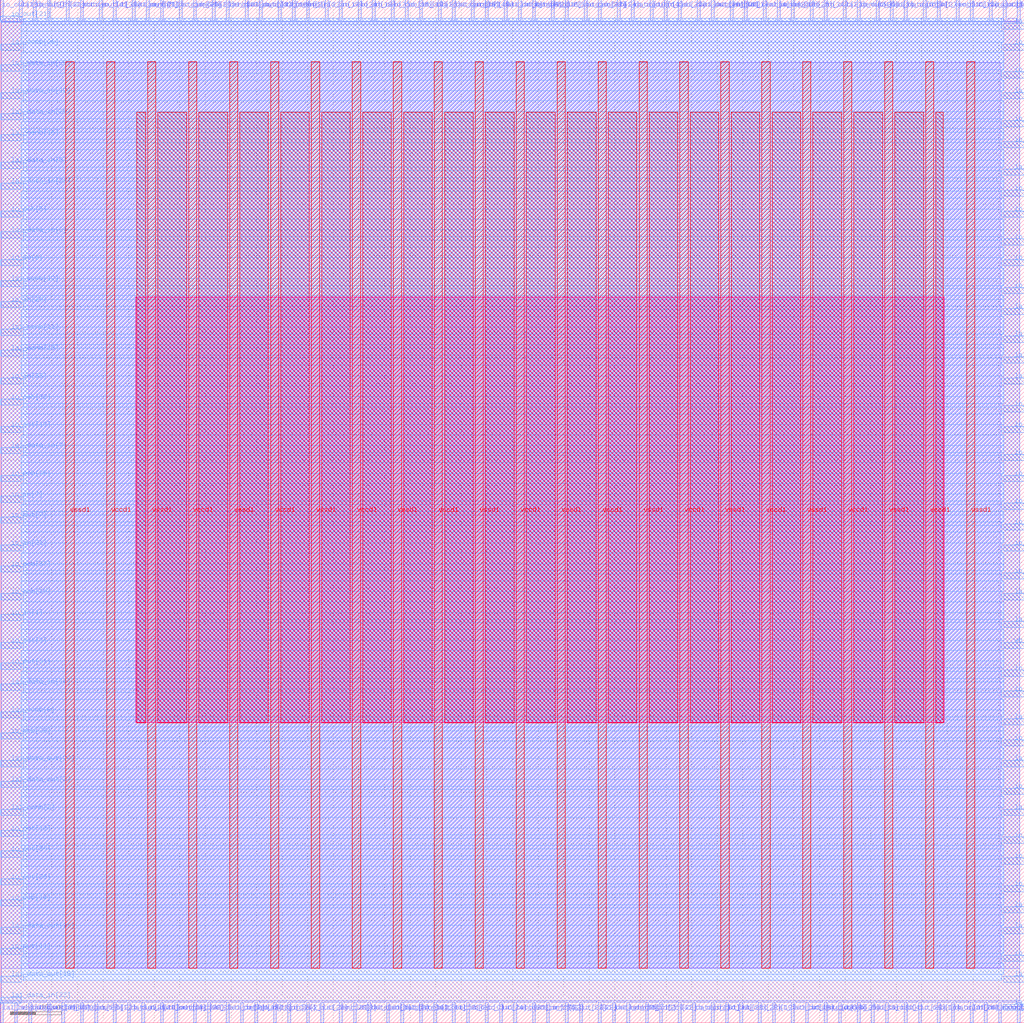
<source format=lef>
VERSION 5.7 ;
  NOWIREEXTENSIONATPIN ON ;
  DIVIDERCHAR "/" ;
  BUSBITCHARS "[]" ;
MACRO wrapped_skullfet
  CLASS BLOCK ;
  FOREIGN wrapped_skullfet ;
  ORIGIN 0.000 0.000 ;
  SIZE 200.000 BY 200.000 ;
  PIN active
    DIRECTION INPUT ;
    USE SIGNAL ;
    PORT
      LAYER met2 ;
        RECT 15.590 196.000 16.150 200.000 ;
    END
  END active
  PIN io_in[0]
    DIRECTION INPUT ;
    USE SIGNAL ;
    PORT
      LAYER met2 ;
        RECT 53.310 0.000 53.870 4.000 ;
    END
  END io_in[0]
  PIN io_in[10]
    DIRECTION INPUT ;
    USE SIGNAL ;
    PORT
      LAYER met2 ;
        RECT 123.230 196.000 123.790 200.000 ;
    END
  END io_in[10]
  PIN io_in[11]
    DIRECTION INPUT ;
    USE SIGNAL ;
    PORT
      LAYER met2 ;
        RECT 28.470 196.000 29.030 200.000 ;
    END
  END io_in[11]
  PIN io_in[12]
    DIRECTION INPUT ;
    USE SIGNAL ;
    PORT
      LAYER met3 ;
        RECT 196.000 161.580 200.000 162.780 ;
    END
  END io_in[12]
  PIN io_in[13]
    DIRECTION INPUT ;
    USE SIGNAL ;
    PORT
      LAYER met2 ;
        RECT 81.830 0.000 82.390 4.000 ;
    END
  END io_in[13]
  PIN io_in[14]
    DIRECTION INPUT ;
    USE SIGNAL ;
    PORT
      LAYER met2 ;
        RECT 91.950 196.000 92.510 200.000 ;
    END
  END io_in[14]
  PIN io_in[15]
    DIRECTION INPUT ;
    USE SIGNAL ;
    PORT
      LAYER met3 ;
        RECT 196.000 171.100 200.000 172.300 ;
    END
  END io_in[15]
  PIN io_in[16]
    DIRECTION INPUT ;
    USE SIGNAL ;
    PORT
      LAYER met2 ;
        RECT 185.790 0.000 186.350 4.000 ;
    END
  END io_in[16]
  PIN io_in[17]
    DIRECTION INPUT ;
    USE SIGNAL ;
    PORT
      LAYER met2 ;
        RECT 63.430 196.000 63.990 200.000 ;
    END
  END io_in[17]
  PIN io_in[18]
    DIRECTION INPUT ;
    USE SIGNAL ;
    PORT
      LAYER met2 ;
        RECT 69.870 196.000 70.430 200.000 ;
    END
  END io_in[18]
  PIN io_in[19]
    DIRECTION INPUT ;
    USE SIGNAL ;
    PORT
      LAYER met2 ;
        RECT 148.070 0.000 148.630 4.000 ;
    END
  END io_in[19]
  PIN io_in[1]
    DIRECTION INPUT ;
    USE SIGNAL ;
    PORT
      LAYER met3 ;
        RECT 0.000 78.620 4.000 79.820 ;
    END
  END io_in[1]
  PIN io_in[20]
    DIRECTION INPUT ;
    USE SIGNAL ;
    PORT
      LAYER met3 ;
        RECT 0.000 139.820 4.000 141.020 ;
    END
  END io_in[20]
  PIN io_in[21]
    DIRECTION INPUT ;
    USE SIGNAL ;
    PORT
      LAYER met3 ;
        RECT 0.000 92.220 4.000 93.420 ;
    END
  END io_in[21]
  PIN io_in[22]
    DIRECTION INPUT ;
    USE SIGNAL ;
    PORT
      LAYER met3 ;
        RECT 196.000 35.100 200.000 36.300 ;
    END
  END io_in[22]
  PIN io_in[23]
    DIRECTION INPUT ;
    USE SIGNAL ;
    PORT
      LAYER met2 ;
        RECT 59.750 196.000 60.310 200.000 ;
    END
  END io_in[23]
  PIN io_in[24]
    DIRECTION INPUT ;
    USE SIGNAL ;
    PORT
      LAYER met2 ;
        RECT 50.550 196.000 51.110 200.000 ;
    END
  END io_in[24]
  PIN io_in[25]
    DIRECTION INPUT ;
    USE SIGNAL ;
    PORT
      LAYER met2 ;
        RECT 128.750 0.000 129.310 4.000 ;
    END
  END io_in[25]
  PIN io_in[26]
    DIRECTION INPUT ;
    USE SIGNAL ;
    PORT
      LAYER met2 ;
        RECT 125.990 0.000 126.550 4.000 ;
    END
  END io_in[26]
  PIN io_in[27]
    DIRECTION INPUT ;
    USE SIGNAL ;
    PORT
      LAYER met3 ;
        RECT 196.000 11.980 200.000 13.180 ;
    END
  END io_in[27]
  PIN io_in[28]
    DIRECTION INPUT ;
    USE SIGNAL ;
    PORT
      LAYER met2 ;
        RECT 113.110 0.000 113.670 4.000 ;
    END
  END io_in[28]
  PIN io_in[29]
    DIRECTION INPUT ;
    USE SIGNAL ;
    PORT
      LAYER met2 ;
        RECT 198.670 196.000 199.230 200.000 ;
    END
  END io_in[29]
  PIN io_in[2]
    DIRECTION INPUT ;
    USE SIGNAL ;
    PORT
      LAYER met2 ;
        RECT 56.070 0.000 56.630 4.000 ;
    END
  END io_in[2]
  PIN io_in[30]
    DIRECTION INPUT ;
    USE SIGNAL ;
    PORT
      LAYER met3 ;
        RECT 196.000 54.140 200.000 55.340 ;
    END
  END io_in[30]
  PIN io_in[31]
    DIRECTION INPUT ;
    USE SIGNAL ;
    PORT
      LAYER met2 ;
        RECT 9.150 196.000 9.710 200.000 ;
    END
  END io_in[31]
  PIN io_in[32]
    DIRECTION INPUT ;
    USE SIGNAL ;
    PORT
      LAYER met2 ;
        RECT 106.670 0.000 107.230 4.000 ;
    END
  END io_in[32]
  PIN io_in[33]
    DIRECTION INPUT ;
    USE SIGNAL ;
    PORT
      LAYER met3 ;
        RECT 0.000 124.860 4.000 126.060 ;
    END
  END io_in[33]
  PIN io_in[34]
    DIRECTION INPUT ;
    USE SIGNAL ;
    PORT
      LAYER met2 ;
        RECT 158.190 196.000 158.750 200.000 ;
    END
  END io_in[34]
  PIN io_in[35]
    DIRECTION INPUT ;
    USE SIGNAL ;
    PORT
      LAYER met2 ;
        RECT 176.590 196.000 177.150 200.000 ;
    END
  END io_in[35]
  PIN io_in[36]
    DIRECTION INPUT ;
    USE SIGNAL ;
    PORT
      LAYER met3 ;
        RECT 196.000 109.900 200.000 111.100 ;
    END
  END io_in[36]
  PIN io_in[37]
    DIRECTION INPUT ;
    USE SIGNAL ;
    PORT
      LAYER met2 ;
        RECT 180.270 196.000 180.830 200.000 ;
    END
  END io_in[37]
  PIN io_in[3]
    DIRECTION INPUT ;
    USE SIGNAL ;
    PORT
      LAYER met2 ;
        RECT 126.910 196.000 127.470 200.000 ;
    END
  END io_in[3]
  PIN io_in[4]
    DIRECTION INPUT ;
    USE SIGNAL ;
    PORT
      LAYER met3 ;
        RECT 196.000 105.820 200.000 107.020 ;
    END
  END io_in[4]
  PIN io_in[5]
    DIRECTION INPUT ;
    USE SIGNAL ;
    PORT
      LAYER met3 ;
        RECT 196.000 190.140 200.000 191.340 ;
    END
  END io_in[5]
  PIN io_in[6]
    DIRECTION INPUT ;
    USE SIGNAL ;
    PORT
      LAYER met3 ;
        RECT 0.000 147.980 4.000 149.180 ;
    END
  END io_in[6]
  PIN io_in[7]
    DIRECTION INPUT ;
    USE SIGNAL ;
    PORT
      LAYER met3 ;
        RECT 0.000 101.740 4.000 102.940 ;
    END
  END io_in[7]
  PIN io_in[8]
    DIRECTION INPUT ;
    USE SIGNAL ;
    PORT
      LAYER met3 ;
        RECT 196.000 119.420 200.000 120.620 ;
    END
  END io_in[8]
  PIN io_in[9]
    DIRECTION INPUT ;
    USE SIGNAL ;
    PORT
      LAYER met2 ;
        RECT 56.990 196.000 57.550 200.000 ;
    END
  END io_in[9]
  PIN io_oeb[0]
    DIRECTION OUTPUT TRISTATE ;
    USE SIGNAL ;
    PORT
      LAYER met2 ;
        RECT 91.030 0.000 91.590 4.000 ;
    END
  END io_oeb[0]
  PIN io_oeb[10]
    DIRECTION OUTPUT TRISTATE ;
    USE SIGNAL ;
    PORT
      LAYER met3 ;
        RECT 0.000 82.700 4.000 83.900 ;
    END
  END io_oeb[10]
  PIN io_oeb[11]
    DIRECTION OUTPUT TRISTATE ;
    USE SIGNAL ;
    PORT
      LAYER met3 ;
        RECT 196.000 96.300 200.000 97.500 ;
    END
  END io_oeb[11]
  PIN io_oeb[12]
    DIRECTION OUTPUT TRISTATE ;
    USE SIGNAL ;
    PORT
      LAYER met3 ;
        RECT 196.000 31.020 200.000 32.220 ;
    END
  END io_oeb[12]
  PIN io_oeb[13]
    DIRECTION OUTPUT TRISTATE ;
    USE SIGNAL ;
    PORT
      LAYER met3 ;
        RECT 196.000 25.580 200.000 26.780 ;
    END
  END io_oeb[13]
  PIN io_oeb[14]
    DIRECTION OUTPUT TRISTATE ;
    USE SIGNAL ;
    PORT
      LAYER met3 ;
        RECT 0.000 22.860 4.000 24.060 ;
    END
  END io_oeb[14]
  PIN io_oeb[15]
    DIRECTION OUTPUT TRISTATE ;
    USE SIGNAL ;
    PORT
      LAYER met2 ;
        RECT 76.310 196.000 76.870 200.000 ;
    END
  END io_oeb[15]
  PIN io_oeb[16]
    DIRECTION OUTPUT TRISTATE ;
    USE SIGNAL ;
    PORT
      LAYER met2 ;
        RECT 179.350 0.000 179.910 4.000 ;
    END
  END io_oeb[16]
  PIN io_oeb[17]
    DIRECTION OUTPUT TRISTATE ;
    USE SIGNAL ;
    PORT
      LAYER met2 ;
        RECT 46.870 0.000 47.430 4.000 ;
    END
  END io_oeb[17]
  PIN io_oeb[18]
    DIRECTION OUTPUT TRISTATE ;
    USE SIGNAL ;
    PORT
      LAYER met2 ;
        RECT 151.750 196.000 152.310 200.000 ;
    END
  END io_oeb[18]
  PIN io_oeb[19]
    DIRECTION OUTPUT TRISTATE ;
    USE SIGNAL ;
    PORT
      LAYER met2 ;
        RECT 79.070 196.000 79.630 200.000 ;
    END
  END io_oeb[19]
  PIN io_oeb[1]
    DIRECTION OUTPUT TRISTATE ;
    USE SIGNAL ;
    PORT
      LAYER met2 ;
        RECT 135.190 0.000 135.750 4.000 ;
    END
  END io_oeb[1]
  PIN io_oeb[20]
    DIRECTION OUTPUT TRISTATE ;
    USE SIGNAL ;
    PORT
      LAYER met3 ;
        RECT 196.000 63.660 200.000 64.860 ;
    END
  END io_oeb[20]
  PIN io_oeb[21]
    DIRECTION OUTPUT TRISTATE ;
    USE SIGNAL ;
    PORT
      LAYER met2 ;
        RECT 34.910 196.000 35.470 200.000 ;
    END
  END io_oeb[21]
  PIN io_oeb[22]
    DIRECTION OUTPUT TRISTATE ;
    USE SIGNAL ;
    PORT
      LAYER met2 ;
        RECT 18.350 0.000 18.910 4.000 ;
    END
  END io_oeb[22]
  PIN io_oeb[23]
    DIRECTION OUTPUT TRISTATE ;
    USE SIGNAL ;
    PORT
      LAYER met2 ;
        RECT 114.030 196.000 114.590 200.000 ;
    END
  END io_oeb[23]
  PIN io_oeb[24]
    DIRECTION OUTPUT TRISTATE ;
    USE SIGNAL ;
    PORT
      LAYER met2 ;
        RECT 116.790 196.000 117.350 200.000 ;
    END
  END io_oeb[24]
  PIN io_oeb[25]
    DIRECTION OUTPUT TRISTATE ;
    USE SIGNAL ;
    PORT
      LAYER met2 ;
        RECT 163.710 0.000 164.270 4.000 ;
    END
  END io_oeb[25]
  PIN io_oeb[26]
    DIRECTION OUTPUT TRISTATE ;
    USE SIGNAL ;
    PORT
      LAYER met3 ;
        RECT 196.000 147.980 200.000 149.180 ;
    END
  END io_oeb[26]
  PIN io_oeb[27]
    DIRECTION OUTPUT TRISTATE ;
    USE SIGNAL ;
    PORT
      LAYER met2 ;
        RECT 129.670 196.000 130.230 200.000 ;
    END
  END io_oeb[27]
  PIN io_oeb[28]
    DIRECTION OUTPUT TRISTATE ;
    USE SIGNAL ;
    PORT
      LAYER met2 ;
        RECT 144.390 0.000 144.950 4.000 ;
    END
  END io_oeb[28]
  PIN io_oeb[29]
    DIRECTION OUTPUT TRISTATE ;
    USE SIGNAL ;
    PORT
      LAYER met3 ;
        RECT 196.000 115.340 200.000 116.540 ;
    END
  END io_oeb[29]
  PIN io_oeb[2]
    DIRECTION OUTPUT TRISTATE ;
    USE SIGNAL ;
    PORT
      LAYER met2 ;
        RECT 171.070 196.000 171.630 200.000 ;
    END
  END io_oeb[2]
  PIN io_oeb[30]
    DIRECTION OUTPUT TRISTATE ;
    USE SIGNAL ;
    PORT
      LAYER met2 ;
        RECT 37.670 196.000 38.230 200.000 ;
    END
  END io_oeb[30]
  PIN io_oeb[31]
    DIRECTION OUTPUT TRISTATE ;
    USE SIGNAL ;
    PORT
      LAYER met2 ;
        RECT 141.630 0.000 142.190 4.000 ;
    END
  END io_oeb[31]
  PIN io_oeb[32]
    DIRECTION OUTPUT TRISTATE ;
    USE SIGNAL ;
    PORT
      LAYER met3 ;
        RECT 0.000 120.780 4.000 121.980 ;
    END
  END io_oeb[32]
  PIN io_oeb[33]
    DIRECTION OUTPUT TRISTATE ;
    USE SIGNAL ;
    PORT
      LAYER met2 ;
        RECT 167.390 0.000 167.950 4.000 ;
    END
  END io_oeb[33]
  PIN io_oeb[34]
    DIRECTION OUTPUT TRISTATE ;
    USE SIGNAL ;
    PORT
      LAYER met2 ;
        RECT 66.190 196.000 66.750 200.000 ;
    END
  END io_oeb[34]
  PIN io_oeb[35]
    DIRECTION OUTPUT TRISTATE ;
    USE SIGNAL ;
    PORT
      LAYER met3 ;
        RECT 0.000 105.820 4.000 107.020 ;
    END
  END io_oeb[35]
  PIN io_oeb[36]
    DIRECTION OUTPUT TRISTATE ;
    USE SIGNAL ;
    PORT
      LAYER met3 ;
        RECT 0.000 55.500 4.000 56.700 ;
    END
  END io_oeb[36]
  PIN io_oeb[37]
    DIRECTION OUTPUT TRISTATE ;
    USE SIGNAL ;
    PORT
      LAYER met3 ;
        RECT 0.000 88.140 4.000 89.340 ;
    END
  END io_oeb[37]
  PIN io_oeb[3]
    DIRECTION OUTPUT TRISTATE ;
    USE SIGNAL ;
    PORT
      LAYER met2 ;
        RECT 88.270 0.000 88.830 4.000 ;
    END
  END io_oeb[3]
  PIN io_oeb[4]
    DIRECTION OUTPUT TRISTATE ;
    USE SIGNAL ;
    PORT
      LAYER met2 ;
        RECT 172.910 0.000 173.470 4.000 ;
    END
  END io_oeb[4]
  PIN io_oeb[5]
    DIRECTION OUTPUT TRISTATE ;
    USE SIGNAL ;
    PORT
      LAYER met3 ;
        RECT 0.000 157.500 4.000 158.700 ;
    END
  END io_oeb[5]
  PIN io_oeb[6]
    DIRECTION OUTPUT TRISTATE ;
    USE SIGNAL ;
    PORT
      LAYER met3 ;
        RECT 196.000 44.620 200.000 45.820 ;
    END
  END io_oeb[6]
  PIN io_oeb[7]
    DIRECTION OUTPUT TRISTATE ;
    USE SIGNAL ;
    PORT
      LAYER met2 ;
        RECT 72.630 196.000 73.190 200.000 ;
    END
  END io_oeb[7]
  PIN io_oeb[8]
    DIRECTION OUTPUT TRISTATE ;
    USE SIGNAL ;
    PORT
      LAYER met2 ;
        RECT 15.590 0.000 16.150 4.000 ;
    END
  END io_oeb[8]
  PIN io_oeb[9]
    DIRECTION OUTPUT TRISTATE ;
    USE SIGNAL ;
    PORT
      LAYER met2 ;
        RECT 37.670 0.000 38.230 4.000 ;
    END
  END io_oeb[9]
  PIN io_out[0]
    DIRECTION OUTPUT TRISTATE ;
    USE SIGNAL ;
    PORT
      LAYER met3 ;
        RECT 196.000 184.700 200.000 185.900 ;
    END
  END io_out[0]
  PIN io_out[10]
    DIRECTION OUTPUT TRISTATE ;
    USE SIGNAL ;
    PORT
      LAYER met3 ;
        RECT 196.000 92.220 200.000 93.420 ;
    END
  END io_out[10]
  PIN io_out[11]
    DIRECTION OUTPUT TRISTATE ;
    USE SIGNAL ;
    PORT
      LAYER met3 ;
        RECT 0.000 13.340 4.000 14.540 ;
    END
  END io_out[11]
  PIN io_out[12]
    DIRECTION OUTPUT TRISTATE ;
    USE SIGNAL ;
    PORT
      LAYER met3 ;
        RECT 0.000 36.460 4.000 37.660 ;
    END
  END io_out[12]
  PIN io_out[13]
    DIRECTION OUTPUT TRISTATE ;
    USE SIGNAL ;
    PORT
      LAYER met2 ;
        RECT 138.870 0.000 139.430 4.000 ;
    END
  END io_out[13]
  PIN io_out[14]
    DIRECTION OUTPUT TRISTATE ;
    USE SIGNAL ;
    PORT
      LAYER met3 ;
        RECT 196.000 152.060 200.000 153.260 ;
    END
  END io_out[14]
  PIN io_out[15]
    DIRECTION OUTPUT TRISTATE ;
    USE SIGNAL ;
    PORT
      LAYER met2 ;
        RECT -0.050 196.000 0.510 200.000 ;
    END
  END io_out[15]
  PIN io_out[16]
    DIRECTION OUTPUT TRISTATE ;
    USE SIGNAL ;
    PORT
      LAYER met3 ;
        RECT 196.000 86.780 200.000 87.980 ;
    END
  END io_out[16]
  PIN io_out[17]
    DIRECTION OUTPUT TRISTATE ;
    USE SIGNAL ;
    PORT
      LAYER met2 ;
        RECT 186.710 196.000 187.270 200.000 ;
    END
  END io_out[17]
  PIN io_out[18]
    DIRECTION OUTPUT TRISTATE ;
    USE SIGNAL ;
    PORT
      LAYER met2 ;
        RECT 160.950 0.000 161.510 4.000 ;
    END
  END io_out[18]
  PIN io_out[19]
    DIRECTION OUTPUT TRISTATE ;
    USE SIGNAL ;
    PORT
      LAYER met3 ;
        RECT 0.000 115.340 4.000 116.540 ;
    END
  END io_out[19]
  PIN io_out[1]
    DIRECTION OUTPUT TRISTATE ;
    USE SIGNAL ;
    PORT
      LAYER met2 ;
        RECT 142.550 196.000 143.110 200.000 ;
    END
  END io_out[1]
  PIN io_out[20]
    DIRECTION OUTPUT TRISTATE ;
    USE SIGNAL ;
    PORT
      LAYER met2 ;
        RECT 167.390 196.000 167.950 200.000 ;
    END
  END io_out[20]
  PIN io_out[21]
    DIRECTION OUTPUT TRISTATE ;
    USE SIGNAL ;
    PORT
      LAYER met3 ;
        RECT 0.000 195.580 4.000 196.780 ;
    END
  END io_out[21]
  PIN io_out[22]
    DIRECTION OUTPUT TRISTATE ;
    USE SIGNAL ;
    PORT
      LAYER met2 ;
        RECT 110.350 0.000 110.910 4.000 ;
    END
  END io_out[22]
  PIN io_out[23]
    DIRECTION OUTPUT TRISTATE ;
    USE SIGNAL ;
    PORT
      LAYER met3 ;
        RECT 196.000 67.740 200.000 68.940 ;
    END
  END io_out[23]
  PIN io_out[24]
    DIRECTION OUTPUT TRISTATE ;
    USE SIGNAL ;
    PORT
      LAYER met2 ;
        RECT 94.710 0.000 95.270 4.000 ;
    END
  END io_out[24]
  PIN io_out[25]
    DIRECTION OUTPUT TRISTATE ;
    USE SIGNAL ;
    PORT
      LAYER met2 ;
        RECT 154.510 196.000 155.070 200.000 ;
    END
  END io_out[25]
  PIN io_out[26]
    DIRECTION OUTPUT TRISTATE ;
    USE SIGNAL ;
    PORT
      LAYER met3 ;
        RECT 0.000 26.940 4.000 28.140 ;
    END
  END io_out[26]
  PIN io_out[27]
    DIRECTION OUTPUT TRISTATE ;
    USE SIGNAL ;
    PORT
      LAYER met2 ;
        RECT 160.950 196.000 161.510 200.000 ;
    END
  END io_out[27]
  PIN io_out[28]
    DIRECTION OUTPUT TRISTATE ;
    USE SIGNAL ;
    PORT
      LAYER met2 ;
        RECT 59.750 0.000 60.310 4.000 ;
    END
  END io_out[28]
  PIN io_out[29]
    DIRECTION OUTPUT TRISTATE ;
    USE SIGNAL ;
    PORT
      LAYER met2 ;
        RECT 176.590 0.000 177.150 4.000 ;
    END
  END io_out[29]
  PIN io_out[2]
    DIRECTION OUTPUT TRISTATE ;
    USE SIGNAL ;
    PORT
      LAYER met2 ;
        RECT 24.790 0.000 25.350 4.000 ;
    END
  END io_out[2]
  PIN io_out[30]
    DIRECTION OUTPUT TRISTATE ;
    USE SIGNAL ;
    PORT
      LAYER met3 ;
        RECT 0.000 32.380 4.000 33.580 ;
    END
  END io_out[30]
  PIN io_out[31]
    DIRECTION OUTPUT TRISTATE ;
    USE SIGNAL ;
    PORT
      LAYER met3 ;
        RECT 0.000 69.100 4.000 70.300 ;
    END
  END io_out[31]
  PIN io_out[32]
    DIRECTION OUTPUT TRISTATE ;
    USE SIGNAL ;
    PORT
      LAYER met2 ;
        RECT 19.270 196.000 19.830 200.000 ;
    END
  END io_out[32]
  PIN io_out[33]
    DIRECTION OUTPUT TRISTATE ;
    USE SIGNAL ;
    PORT
      LAYER met2 ;
        RECT 194.990 0.000 195.550 4.000 ;
    END
  END io_out[33]
  PIN io_out[34]
    DIRECTION OUTPUT TRISTATE ;
    USE SIGNAL ;
    PORT
      LAYER met3 ;
        RECT 196.000 157.500 200.000 158.700 ;
    END
  END io_out[34]
  PIN io_out[35]
    DIRECTION OUTPUT TRISTATE ;
    USE SIGNAL ;
    PORT
      LAYER met3 ;
        RECT 196.000 142.540 200.000 143.740 ;
    END
  END io_out[35]
  PIN io_out[36]
    DIRECTION OUTPUT TRISTATE ;
    USE SIGNAL ;
    PORT
      LAYER met2 ;
        RECT 81.830 196.000 82.390 200.000 ;
    END
  END io_out[36]
  PIN io_out[37]
    DIRECTION OUTPUT TRISTATE ;
    USE SIGNAL ;
    PORT
      LAYER met3 ;
        RECT 196.000 175.180 200.000 176.380 ;
    END
  END io_out[37]
  PIN io_out[3]
    DIRECTION OUTPUT TRISTATE ;
    USE SIGNAL ;
    PORT
      LAYER met2 ;
        RECT 6.390 196.000 6.950 200.000 ;
    END
  END io_out[3]
  PIN io_out[4]
    DIRECTION OUTPUT TRISTATE ;
    USE SIGNAL ;
    PORT
      LAYER met3 ;
        RECT 196.000 100.380 200.000 101.580 ;
    END
  END io_out[4]
  PIN io_out[5]
    DIRECTION OUTPUT TRISTATE ;
    USE SIGNAL ;
    PORT
      LAYER met2 ;
        RECT 107.590 196.000 108.150 200.000 ;
    END
  END io_out[5]
  PIN io_out[6]
    DIRECTION OUTPUT TRISTATE ;
    USE SIGNAL ;
    PORT
      LAYER met2 ;
        RECT 193.150 196.000 193.710 200.000 ;
    END
  END io_out[6]
  PIN io_out[7]
    DIRECTION OUTPUT TRISTATE ;
    USE SIGNAL ;
    PORT
      LAYER met3 ;
        RECT 0.000 97.660 4.000 98.860 ;
    END
  END io_out[7]
  PIN io_out[8]
    DIRECTION OUTPUT TRISTATE ;
    USE SIGNAL ;
    PORT
      LAYER met2 ;
        RECT 66.190 0.000 66.750 4.000 ;
    END
  END io_out[8]
  PIN io_out[9]
    DIRECTION OUTPUT TRISTATE ;
    USE SIGNAL ;
    PORT
      LAYER met3 ;
        RECT 0.000 73.180 4.000 74.380 ;
    END
  END io_out[9]
  PIN la1_data_in[0]
    DIRECTION INPUT ;
    USE SIGNAL ;
    PORT
      LAYER met2 ;
        RECT 198.670 0.000 199.230 4.000 ;
    END
  END la1_data_in[0]
  PIN la1_data_in[10]
    DIRECTION INPUT ;
    USE SIGNAL ;
    PORT
      LAYER met2 ;
        RECT 75.390 0.000 75.950 4.000 ;
    END
  END la1_data_in[10]
  PIN la1_data_in[11]
    DIRECTION INPUT ;
    USE SIGNAL ;
    PORT
      LAYER met2 ;
        RECT 192.230 0.000 192.790 4.000 ;
    END
  END la1_data_in[11]
  PIN la1_data_in[12]
    DIRECTION INPUT ;
    USE SIGNAL ;
    PORT
      LAYER met3 ;
        RECT 0.000 180.620 4.000 181.820 ;
    END
  END la1_data_in[12]
  PIN la1_data_in[13]
    DIRECTION INPUT ;
    USE SIGNAL ;
    PORT
      LAYER met2 ;
        RECT 116.790 0.000 117.350 4.000 ;
    END
  END la1_data_in[13]
  PIN la1_data_in[14]
    DIRECTION INPUT ;
    USE SIGNAL ;
    PORT
      LAYER met3 ;
        RECT 0.000 65.020 4.000 66.220 ;
    END
  END la1_data_in[14]
  PIN la1_data_in[15]
    DIRECTION INPUT ;
    USE SIGNAL ;
    PORT
      LAYER met2 ;
        RECT 85.510 196.000 86.070 200.000 ;
    END
  END la1_data_in[15]
  PIN la1_data_in[16]
    DIRECTION INPUT ;
    USE SIGNAL ;
    PORT
      LAYER met2 ;
        RECT 136.110 196.000 136.670 200.000 ;
    END
  END la1_data_in[16]
  PIN la1_data_in[17]
    DIRECTION INPUT ;
    USE SIGNAL ;
    PORT
      LAYER met2 ;
        RECT 110.350 196.000 110.910 200.000 ;
    END
  END la1_data_in[17]
  PIN la1_data_in[18]
    DIRECTION INPUT ;
    USE SIGNAL ;
    PORT
      LAYER met2 ;
        RECT 150.830 0.000 151.390 4.000 ;
    END
  END la1_data_in[18]
  PIN la1_data_in[19]
    DIRECTION INPUT ;
    USE SIGNAL ;
    PORT
      LAYER met2 ;
        RECT 88.270 196.000 88.830 200.000 ;
    END
  END la1_data_in[19]
  PIN la1_data_in[1]
    DIRECTION INPUT ;
    USE SIGNAL ;
    PORT
      LAYER met2 ;
        RECT 68.950 0.000 69.510 4.000 ;
    END
  END la1_data_in[1]
  PIN la1_data_in[20]
    DIRECTION INPUT ;
    USE SIGNAL ;
    PORT
      LAYER met3 ;
        RECT 0.000 176.540 4.000 177.740 ;
    END
  END la1_data_in[20]
  PIN la1_data_in[21]
    DIRECTION INPUT ;
    USE SIGNAL ;
    PORT
      LAYER met2 ;
        RECT 195.910 196.000 196.470 200.000 ;
    END
  END la1_data_in[21]
  PIN la1_data_in[22]
    DIRECTION INPUT ;
    USE SIGNAL ;
    PORT
      LAYER met3 ;
        RECT 196.000 2.460 200.000 3.660 ;
    END
  END la1_data_in[22]
  PIN la1_data_in[23]
    DIRECTION INPUT ;
    USE SIGNAL ;
    PORT
      LAYER met3 ;
        RECT 0.000 3.820 4.000 5.020 ;
    END
  END la1_data_in[23]
  PIN la1_data_in[24]
    DIRECTION INPUT ;
    USE SIGNAL ;
    PORT
      LAYER met2 ;
        RECT 49.630 0.000 50.190 4.000 ;
    END
  END la1_data_in[24]
  PIN la1_data_in[25]
    DIRECTION INPUT ;
    USE SIGNAL ;
    PORT
      LAYER met3 ;
        RECT 0.000 186.060 4.000 187.260 ;
    END
  END la1_data_in[25]
  PIN la1_data_in[26]
    DIRECTION INPUT ;
    USE SIGNAL ;
    PORT
      LAYER met2 ;
        RECT 183.030 0.000 183.590 4.000 ;
    END
  END la1_data_in[26]
  PIN la1_data_in[27]
    DIRECTION INPUT ;
    USE SIGNAL ;
    PORT
      LAYER met2 ;
        RECT 100.230 0.000 100.790 4.000 ;
    END
  END la1_data_in[27]
  PIN la1_data_in[28]
    DIRECTION INPUT ;
    USE SIGNAL ;
    PORT
      LAYER met3 ;
        RECT 0.000 162.940 4.000 164.140 ;
    END
  END la1_data_in[28]
  PIN la1_data_in[29]
    DIRECTION INPUT ;
    USE SIGNAL ;
    PORT
      LAYER met2 ;
        RECT 31.230 196.000 31.790 200.000 ;
    END
  END la1_data_in[29]
  PIN la1_data_in[2]
    DIRECTION INPUT ;
    USE SIGNAL ;
    PORT
      LAYER met2 ;
        RECT 40.430 0.000 40.990 4.000 ;
    END
  END la1_data_in[2]
  PIN la1_data_in[30]
    DIRECTION INPUT ;
    USE SIGNAL ;
    PORT
      LAYER met2 ;
        RECT 5.470 0.000 6.030 4.000 ;
    END
  END la1_data_in[30]
  PIN la1_data_in[31]
    DIRECTION INPUT ;
    USE SIGNAL ;
    PORT
      LAYER met2 ;
        RECT 132.430 0.000 132.990 4.000 ;
    END
  END la1_data_in[31]
  PIN la1_data_in[3]
    DIRECTION INPUT ;
    USE SIGNAL ;
    PORT
      LAYER met3 ;
        RECT 0.000 153.420 4.000 154.620 ;
    END
  END la1_data_in[3]
  PIN la1_data_in[4]
    DIRECTION INPUT ;
    USE SIGNAL ;
    PORT
      LAYER met2 ;
        RECT 173.830 196.000 174.390 200.000 ;
    END
  END la1_data_in[4]
  PIN la1_data_in[5]
    DIRECTION INPUT ;
    USE SIGNAL ;
    PORT
      LAYER met3 ;
        RECT 196.000 77.260 200.000 78.460 ;
    END
  END la1_data_in[5]
  PIN la1_data_in[6]
    DIRECTION INPUT ;
    USE SIGNAL ;
    PORT
      LAYER met2 ;
        RECT 94.710 196.000 95.270 200.000 ;
    END
  END la1_data_in[6]
  PIN la1_data_in[7]
    DIRECTION INPUT ;
    USE SIGNAL ;
    PORT
      LAYER met3 ;
        RECT 0.000 111.260 4.000 112.460 ;
    END
  END la1_data_in[7]
  PIN la1_data_in[8]
    DIRECTION INPUT ;
    USE SIGNAL ;
    PORT
      LAYER met2 ;
        RECT 98.390 196.000 98.950 200.000 ;
    END
  END la1_data_in[8]
  PIN la1_data_in[9]
    DIRECTION INPUT ;
    USE SIGNAL ;
    PORT
      LAYER met3 ;
        RECT 0.000 167.020 4.000 168.220 ;
    END
  END la1_data_in[9]
  PIN la1_data_out[0]
    DIRECTION OUTPUT TRISTATE ;
    USE SIGNAL ;
    PORT
      LAYER met2 ;
        RECT 27.550 0.000 28.110 4.000 ;
    END
  END la1_data_out[0]
  PIN la1_data_out[10]
    DIRECTION OUTPUT TRISTATE ;
    USE SIGNAL ;
    PORT
      LAYER met3 ;
        RECT 196.000 17.420 200.000 18.620 ;
    END
  END la1_data_out[10]
  PIN la1_data_out[11]
    DIRECTION OUTPUT TRISTATE ;
    USE SIGNAL ;
    PORT
      LAYER met2 ;
        RECT 78.150 0.000 78.710 4.000 ;
    END
  END la1_data_out[11]
  PIN la1_data_out[12]
    DIRECTION OUTPUT TRISTATE ;
    USE SIGNAL ;
    PORT
      LAYER met3 ;
        RECT 196.000 180.620 200.000 181.820 ;
    END
  END la1_data_out[12]
  PIN la1_data_out[13]
    DIRECTION OUTPUT TRISTATE ;
    USE SIGNAL ;
    PORT
      LAYER met2 ;
        RECT 44.110 196.000 44.670 200.000 ;
    END
  END la1_data_out[13]
  PIN la1_data_out[14]
    DIRECTION OUTPUT TRISTATE ;
    USE SIGNAL ;
    PORT
      LAYER met2 ;
        RECT 120.470 196.000 121.030 200.000 ;
    END
  END la1_data_out[14]
  PIN la1_data_out[15]
    DIRECTION OUTPUT TRISTATE ;
    USE SIGNAL ;
    PORT
      LAYER met3 ;
        RECT 0.000 7.900 4.000 9.100 ;
    END
  END la1_data_out[15]
  PIN la1_data_out[16]
    DIRECTION OUTPUT TRISTATE ;
    USE SIGNAL ;
    PORT
      LAYER met3 ;
        RECT 196.000 40.540 200.000 41.740 ;
    END
  END la1_data_out[16]
  PIN la1_data_out[17]
    DIRECTION OUTPUT TRISTATE ;
    USE SIGNAL ;
    PORT
      LAYER met3 ;
        RECT 196.000 133.020 200.000 134.220 ;
    END
  END la1_data_out[17]
  PIN la1_data_out[18]
    DIRECTION OUTPUT TRISTATE ;
    USE SIGNAL ;
    PORT
      LAYER met2 ;
        RECT 47.790 196.000 48.350 200.000 ;
    END
  END la1_data_out[18]
  PIN la1_data_out[19]
    DIRECTION OUTPUT TRISTATE ;
    USE SIGNAL ;
    PORT
      LAYER met3 ;
        RECT 196.000 82.700 200.000 83.900 ;
    END
  END la1_data_out[19]
  PIN la1_data_out[1]
    DIRECTION OUTPUT TRISTATE ;
    USE SIGNAL ;
    PORT
      LAYER met2 ;
        RECT 12.830 196.000 13.390 200.000 ;
    END
  END la1_data_out[1]
  PIN la1_data_out[20]
    DIRECTION OUTPUT TRISTATE ;
    USE SIGNAL ;
    PORT
      LAYER met3 ;
        RECT 0.000 50.060 4.000 51.260 ;
    END
  END la1_data_out[20]
  PIN la1_data_out[21]
    DIRECTION OUTPUT TRISTATE ;
    USE SIGNAL ;
    PORT
      LAYER met3 ;
        RECT 196.000 165.660 200.000 166.860 ;
    END
  END la1_data_out[21]
  PIN la1_data_out[22]
    DIRECTION OUTPUT TRISTATE ;
    USE SIGNAL ;
    PORT
      LAYER met2 ;
        RECT 132.430 196.000 132.990 200.000 ;
    END
  END la1_data_out[22]
  PIN la1_data_out[23]
    DIRECTION OUTPUT TRISTATE ;
    USE SIGNAL ;
    PORT
      LAYER met2 ;
        RECT 44.110 0.000 44.670 4.000 ;
    END
  END la1_data_out[23]
  PIN la1_data_out[24]
    DIRECTION OUTPUT TRISTATE ;
    USE SIGNAL ;
    PORT
      LAYER met3 ;
        RECT 196.000 50.060 200.000 51.260 ;
    END
  END la1_data_out[24]
  PIN la1_data_out[25]
    DIRECTION OUTPUT TRISTATE ;
    USE SIGNAL ;
    PORT
      LAYER met3 ;
        RECT 0.000 17.420 4.000 18.620 ;
    END
  END la1_data_out[25]
  PIN la1_data_out[26]
    DIRECTION OUTPUT TRISTATE ;
    USE SIGNAL ;
    PORT
      LAYER met2 ;
        RECT 189.470 0.000 190.030 4.000 ;
    END
  END la1_data_out[26]
  PIN la1_data_out[27]
    DIRECTION OUTPUT TRISTATE ;
    USE SIGNAL ;
    PORT
      LAYER met2 ;
        RECT 22.030 196.000 22.590 200.000 ;
    END
  END la1_data_out[27]
  PIN la1_data_out[28]
    DIRECTION OUTPUT TRISTATE ;
    USE SIGNAL ;
    PORT
      LAYER met2 ;
        RECT 154.510 0.000 155.070 4.000 ;
    END
  END la1_data_out[28]
  PIN la1_data_out[29]
    DIRECTION OUTPUT TRISTATE ;
    USE SIGNAL ;
    PORT
      LAYER met2 ;
        RECT 22.030 0.000 22.590 4.000 ;
    END
  END la1_data_out[29]
  PIN la1_data_out[2]
    DIRECTION OUTPUT TRISTATE ;
    USE SIGNAL ;
    PORT
      LAYER met2 ;
        RECT 71.710 0.000 72.270 4.000 ;
    END
  END la1_data_out[2]
  PIN la1_data_out[30]
    DIRECTION OUTPUT TRISTATE ;
    USE SIGNAL ;
    PORT
      LAYER met3 ;
        RECT 196.000 21.500 200.000 22.700 ;
    END
  END la1_data_out[30]
  PIN la1_data_out[31]
    DIRECTION OUTPUT TRISTATE ;
    USE SIGNAL ;
    PORT
      LAYER met3 ;
        RECT 196.000 194.220 200.000 195.420 ;
    END
  END la1_data_out[31]
  PIN la1_data_out[3]
    DIRECTION OUTPUT TRISTATE ;
    USE SIGNAL ;
    PORT
      LAYER met3 ;
        RECT 0.000 45.980 4.000 47.180 ;
    END
  END la1_data_out[3]
  PIN la1_data_out[4]
    DIRECTION OUTPUT TRISTATE ;
    USE SIGNAL ;
    PORT
      LAYER met2 ;
        RECT 157.270 0.000 157.830 4.000 ;
    END
  END la1_data_out[4]
  PIN la1_data_out[5]
    DIRECTION OUTPUT TRISTATE ;
    USE SIGNAL ;
    PORT
      LAYER met2 ;
        RECT 11.910 0.000 12.470 4.000 ;
    END
  END la1_data_out[5]
  PIN la1_data_out[6]
    DIRECTION OUTPUT TRISTATE ;
    USE SIGNAL ;
    PORT
      LAYER met3 ;
        RECT 196.000 58.220 200.000 59.420 ;
    END
  END la1_data_out[6]
  PIN la1_data_out[7]
    DIRECTION OUTPUT TRISTATE ;
    USE SIGNAL ;
    PORT
      LAYER met2 ;
        RECT 2.710 0.000 3.270 4.000 ;
    END
  END la1_data_out[7]
  PIN la1_data_out[8]
    DIRECTION OUTPUT TRISTATE ;
    USE SIGNAL ;
    PORT
      LAYER met3 ;
        RECT 196.000 138.460 200.000 139.660 ;
    END
  END la1_data_out[8]
  PIN la1_data_out[9]
    DIRECTION OUTPUT TRISTATE ;
    USE SIGNAL ;
    PORT
      LAYER met2 ;
        RECT 189.470 196.000 190.030 200.000 ;
    END
  END la1_data_out[9]
  PIN la1_oenb[0]
    DIRECTION INPUT ;
    USE SIGNAL ;
    PORT
      LAYER met2 ;
        RECT 170.150 0.000 170.710 4.000 ;
    END
  END la1_oenb[0]
  PIN la1_oenb[10]
    DIRECTION INPUT ;
    USE SIGNAL ;
    PORT
      LAYER met2 ;
        RECT 183.030 196.000 183.590 200.000 ;
    END
  END la1_oenb[10]
  PIN la1_oenb[11]
    DIRECTION INPUT ;
    USE SIGNAL ;
    PORT
      LAYER met3 ;
        RECT 0.000 134.380 4.000 135.580 ;
    END
  END la1_oenb[11]
  PIN la1_oenb[12]
    DIRECTION INPUT ;
    USE SIGNAL ;
    PORT
      LAYER met3 ;
        RECT 0.000 143.900 4.000 145.100 ;
    END
  END la1_oenb[12]
  PIN la1_oenb[13]
    DIRECTION INPUT ;
    USE SIGNAL ;
    PORT
      LAYER met2 ;
        RECT 103.910 0.000 104.470 4.000 ;
    END
  END la1_oenb[13]
  PIN la1_oenb[14]
    DIRECTION INPUT ;
    USE SIGNAL ;
    PORT
      LAYER met2 ;
        RECT -0.050 0.000 0.510 4.000 ;
    END
  END la1_oenb[14]
  PIN la1_oenb[15]
    DIRECTION INPUT ;
    USE SIGNAL ;
    PORT
      LAYER met2 ;
        RECT 122.310 0.000 122.870 4.000 ;
    END
  END la1_oenb[15]
  PIN la1_oenb[16]
    DIRECTION INPUT ;
    USE SIGNAL ;
    PORT
      LAYER met3 ;
        RECT 0.000 172.460 4.000 173.660 ;
    END
  END la1_oenb[16]
  PIN la1_oenb[17]
    DIRECTION INPUT ;
    USE SIGNAL ;
    PORT
      LAYER met2 ;
        RECT 41.350 196.000 41.910 200.000 ;
    END
  END la1_oenb[17]
  PIN la1_oenb[18]
    DIRECTION INPUT ;
    USE SIGNAL ;
    PORT
      LAYER met2 ;
        RECT 103.910 196.000 104.470 200.000 ;
    END
  END la1_oenb[18]
  PIN la1_oenb[19]
    DIRECTION INPUT ;
    USE SIGNAL ;
    PORT
      LAYER met3 ;
        RECT 0.000 130.300 4.000 131.500 ;
    END
  END la1_oenb[19]
  PIN la1_oenb[1]
    DIRECTION INPUT ;
    USE SIGNAL ;
    PORT
      LAYER met2 ;
        RECT 31.230 0.000 31.790 4.000 ;
    END
  END la1_oenb[1]
  PIN la1_oenb[20]
    DIRECTION INPUT ;
    USE SIGNAL ;
    PORT
      LAYER met2 ;
        RECT 9.150 0.000 9.710 4.000 ;
    END
  END la1_oenb[20]
  PIN la1_oenb[21]
    DIRECTION INPUT ;
    USE SIGNAL ;
    PORT
      LAYER met2 ;
        RECT 138.870 196.000 139.430 200.000 ;
    END
  END la1_oenb[21]
  PIN la1_oenb[22]
    DIRECTION INPUT ;
    USE SIGNAL ;
    PORT
      LAYER met2 ;
        RECT 101.150 196.000 101.710 200.000 ;
    END
  END la1_oenb[22]
  PIN la1_oenb[23]
    DIRECTION INPUT ;
    USE SIGNAL ;
    PORT
      LAYER met2 ;
        RECT 84.590 0.000 85.150 4.000 ;
    END
  END la1_oenb[23]
  PIN la1_oenb[24]
    DIRECTION INPUT ;
    USE SIGNAL ;
    PORT
      LAYER met2 ;
        RECT 164.630 196.000 165.190 200.000 ;
    END
  END la1_oenb[24]
  PIN la1_oenb[25]
    DIRECTION INPUT ;
    USE SIGNAL ;
    PORT
      LAYER met3 ;
        RECT 196.000 7.900 200.000 9.100 ;
    END
  END la1_oenb[25]
  PIN la1_oenb[26]
    DIRECTION INPUT ;
    USE SIGNAL ;
    PORT
      LAYER met3 ;
        RECT 0.000 190.140 4.000 191.340 ;
    END
  END la1_oenb[26]
  PIN la1_oenb[27]
    DIRECTION INPUT ;
    USE SIGNAL ;
    PORT
      LAYER met3 ;
        RECT 196.000 128.940 200.000 130.140 ;
    END
  END la1_oenb[27]
  PIN la1_oenb[28]
    DIRECTION INPUT ;
    USE SIGNAL ;
    PORT
      LAYER met2 ;
        RECT 33.990 0.000 34.550 4.000 ;
    END
  END la1_oenb[28]
  PIN la1_oenb[29]
    DIRECTION INPUT ;
    USE SIGNAL ;
    PORT
      LAYER met2 ;
        RECT 62.510 0.000 63.070 4.000 ;
    END
  END la1_oenb[29]
  PIN la1_oenb[2]
    DIRECTION INPUT ;
    USE SIGNAL ;
    PORT
      LAYER met3 ;
        RECT 0.000 40.540 4.000 41.740 ;
    END
  END la1_oenb[2]
  PIN la1_oenb[30]
    DIRECTION INPUT ;
    USE SIGNAL ;
    PORT
      LAYER met3 ;
        RECT 196.000 124.860 200.000 126.060 ;
    END
  END la1_oenb[30]
  PIN la1_oenb[31]
    DIRECTION INPUT ;
    USE SIGNAL ;
    PORT
      LAYER met2 ;
        RECT 97.470 0.000 98.030 4.000 ;
    END
  END la1_oenb[31]
  PIN la1_oenb[3]
    DIRECTION INPUT ;
    USE SIGNAL ;
    PORT
      LAYER met2 ;
        RECT 148.990 196.000 149.550 200.000 ;
    END
  END la1_oenb[3]
  PIN la1_oenb[4]
    DIRECTION INPUT ;
    USE SIGNAL ;
    PORT
      LAYER met2 ;
        RECT 145.310 196.000 145.870 200.000 ;
    END
  END la1_oenb[4]
  PIN la1_oenb[5]
    DIRECTION INPUT ;
    USE SIGNAL ;
    PORT
      LAYER met2 ;
        RECT 25.710 196.000 26.270 200.000 ;
    END
  END la1_oenb[5]
  PIN la1_oenb[6]
    DIRECTION INPUT ;
    USE SIGNAL ;
    PORT
      LAYER met2 ;
        RECT 54.230 196.000 54.790 200.000 ;
    END
  END la1_oenb[6]
  PIN la1_oenb[7]
    DIRECTION INPUT ;
    USE SIGNAL ;
    PORT
      LAYER met2 ;
        RECT 119.550 0.000 120.110 4.000 ;
    END
  END la1_oenb[7]
  PIN la1_oenb[8]
    DIRECTION INPUT ;
    USE SIGNAL ;
    PORT
      LAYER met3 ;
        RECT 0.000 59.580 4.000 60.780 ;
    END
  END la1_oenb[8]
  PIN la1_oenb[9]
    DIRECTION INPUT ;
    USE SIGNAL ;
    PORT
      LAYER met2 ;
        RECT 3.630 196.000 4.190 200.000 ;
    END
  END la1_oenb[9]
  PIN vccd1
    DIRECTION INPUT ;
    USE POWER ;
    PORT
      LAYER met4 ;
        RECT 20.720 10.640 22.320 187.920 ;
    END
    PORT
      LAYER met4 ;
        RECT 36.720 10.640 38.320 187.920 ;
    END
    PORT
      LAYER met4 ;
        RECT 52.720 10.640 54.320 187.920 ;
    END
    PORT
      LAYER met4 ;
        RECT 68.720 10.640 70.320 187.920 ;
    END
    PORT
      LAYER met4 ;
        RECT 84.720 10.640 86.320 187.920 ;
    END
    PORT
      LAYER met4 ;
        RECT 100.720 10.640 102.320 187.920 ;
    END
    PORT
      LAYER met4 ;
        RECT 116.720 10.640 118.320 187.920 ;
    END
    PORT
      LAYER met4 ;
        RECT 132.720 10.640 134.320 187.920 ;
    END
    PORT
      LAYER met4 ;
        RECT 148.720 10.640 150.320 187.920 ;
    END
    PORT
      LAYER met4 ;
        RECT 164.720 10.640 166.320 187.920 ;
    END
    PORT
      LAYER met4 ;
        RECT 180.720 10.640 182.320 187.920 ;
    END
  END vccd1
  PIN vssd1
    DIRECTION INPUT ;
    USE GROUND ;
    PORT
      LAYER met4 ;
        RECT 12.720 10.640 14.320 187.920 ;
    END
    PORT
      LAYER met4 ;
        RECT 28.720 10.640 30.320 187.920 ;
    END
    PORT
      LAYER met4 ;
        RECT 44.720 10.640 46.320 187.920 ;
    END
    PORT
      LAYER met4 ;
        RECT 60.720 10.640 62.320 187.920 ;
    END
    PORT
      LAYER met4 ;
        RECT 76.720 10.640 78.320 187.920 ;
    END
    PORT
      LAYER met4 ;
        RECT 92.720 10.640 94.320 187.920 ;
    END
    PORT
      LAYER met4 ;
        RECT 108.720 10.640 110.320 187.920 ;
    END
    PORT
      LAYER met4 ;
        RECT 124.720 10.640 126.320 187.920 ;
    END
    PORT
      LAYER met4 ;
        RECT 140.720 10.640 142.320 187.920 ;
    END
    PORT
      LAYER met4 ;
        RECT 156.720 10.640 158.320 187.920 ;
    END
    PORT
      LAYER met4 ;
        RECT 172.720 10.640 174.320 187.920 ;
    END
    PORT
      LAYER met4 ;
        RECT 188.720 10.640 190.320 187.920 ;
    END
  END vssd1
  PIN wb_clk_i
    DIRECTION INPUT ;
    USE SIGNAL ;
    PORT
      LAYER met3 ;
        RECT 196.000 73.180 200.000 74.380 ;
    END
  END wb_clk_i
  OBS
      LAYER li1 ;
        RECT 5.520 10.795 195.355 187.765 ;
      LAYER met1 ;
        RECT 0.070 10.640 199.110 195.800 ;
      LAYER met2 ;
        RECT 0.790 195.720 3.350 196.365 ;
        RECT 4.470 195.720 6.110 196.365 ;
        RECT 7.230 195.720 8.870 196.365 ;
        RECT 9.990 195.720 12.550 196.365 ;
        RECT 13.670 195.720 15.310 196.365 ;
        RECT 16.430 195.720 18.990 196.365 ;
        RECT 20.110 195.720 21.750 196.365 ;
        RECT 22.870 195.720 25.430 196.365 ;
        RECT 26.550 195.720 28.190 196.365 ;
        RECT 29.310 195.720 30.950 196.365 ;
        RECT 32.070 195.720 34.630 196.365 ;
        RECT 35.750 195.720 37.390 196.365 ;
        RECT 38.510 195.720 41.070 196.365 ;
        RECT 42.190 195.720 43.830 196.365 ;
        RECT 44.950 195.720 47.510 196.365 ;
        RECT 48.630 195.720 50.270 196.365 ;
        RECT 51.390 195.720 53.950 196.365 ;
        RECT 55.070 195.720 56.710 196.365 ;
        RECT 57.830 195.720 59.470 196.365 ;
        RECT 60.590 195.720 63.150 196.365 ;
        RECT 64.270 195.720 65.910 196.365 ;
        RECT 67.030 195.720 69.590 196.365 ;
        RECT 70.710 195.720 72.350 196.365 ;
        RECT 73.470 195.720 76.030 196.365 ;
        RECT 77.150 195.720 78.790 196.365 ;
        RECT 79.910 195.720 81.550 196.365 ;
        RECT 82.670 195.720 85.230 196.365 ;
        RECT 86.350 195.720 87.990 196.365 ;
        RECT 89.110 195.720 91.670 196.365 ;
        RECT 92.790 195.720 94.430 196.365 ;
        RECT 95.550 195.720 98.110 196.365 ;
        RECT 99.230 195.720 100.870 196.365 ;
        RECT 101.990 195.720 103.630 196.365 ;
        RECT 104.750 195.720 107.310 196.365 ;
        RECT 108.430 195.720 110.070 196.365 ;
        RECT 111.190 195.720 113.750 196.365 ;
        RECT 114.870 195.720 116.510 196.365 ;
        RECT 117.630 195.720 120.190 196.365 ;
        RECT 121.310 195.720 122.950 196.365 ;
        RECT 124.070 195.720 126.630 196.365 ;
        RECT 127.750 195.720 129.390 196.365 ;
        RECT 130.510 195.720 132.150 196.365 ;
        RECT 133.270 195.720 135.830 196.365 ;
        RECT 136.950 195.720 138.590 196.365 ;
        RECT 139.710 195.720 142.270 196.365 ;
        RECT 143.390 195.720 145.030 196.365 ;
        RECT 146.150 195.720 148.710 196.365 ;
        RECT 149.830 195.720 151.470 196.365 ;
        RECT 152.590 195.720 154.230 196.365 ;
        RECT 155.350 195.720 157.910 196.365 ;
        RECT 159.030 195.720 160.670 196.365 ;
        RECT 161.790 195.720 164.350 196.365 ;
        RECT 165.470 195.720 167.110 196.365 ;
        RECT 168.230 195.720 170.790 196.365 ;
        RECT 171.910 195.720 173.550 196.365 ;
        RECT 174.670 195.720 176.310 196.365 ;
        RECT 177.430 195.720 179.990 196.365 ;
        RECT 181.110 195.720 182.750 196.365 ;
        RECT 183.870 195.720 186.430 196.365 ;
        RECT 187.550 195.720 189.190 196.365 ;
        RECT 190.310 195.720 192.870 196.365 ;
        RECT 193.990 195.720 195.630 196.365 ;
        RECT 196.750 195.720 198.390 196.365 ;
        RECT 0.100 4.280 199.080 195.720 ;
        RECT 0.790 4.000 2.430 4.280 ;
        RECT 3.550 4.000 5.190 4.280 ;
        RECT 6.310 4.000 8.870 4.280 ;
        RECT 9.990 4.000 11.630 4.280 ;
        RECT 12.750 4.000 15.310 4.280 ;
        RECT 16.430 4.000 18.070 4.280 ;
        RECT 19.190 4.000 21.750 4.280 ;
        RECT 22.870 4.000 24.510 4.280 ;
        RECT 25.630 4.000 27.270 4.280 ;
        RECT 28.390 4.000 30.950 4.280 ;
        RECT 32.070 4.000 33.710 4.280 ;
        RECT 34.830 4.000 37.390 4.280 ;
        RECT 38.510 4.000 40.150 4.280 ;
        RECT 41.270 4.000 43.830 4.280 ;
        RECT 44.950 4.000 46.590 4.280 ;
        RECT 47.710 4.000 49.350 4.280 ;
        RECT 50.470 4.000 53.030 4.280 ;
        RECT 54.150 4.000 55.790 4.280 ;
        RECT 56.910 4.000 59.470 4.280 ;
        RECT 60.590 4.000 62.230 4.280 ;
        RECT 63.350 4.000 65.910 4.280 ;
        RECT 67.030 4.000 68.670 4.280 ;
        RECT 69.790 4.000 71.430 4.280 ;
        RECT 72.550 4.000 75.110 4.280 ;
        RECT 76.230 4.000 77.870 4.280 ;
        RECT 78.990 4.000 81.550 4.280 ;
        RECT 82.670 4.000 84.310 4.280 ;
        RECT 85.430 4.000 87.990 4.280 ;
        RECT 89.110 4.000 90.750 4.280 ;
        RECT 91.870 4.000 94.430 4.280 ;
        RECT 95.550 4.000 97.190 4.280 ;
        RECT 98.310 4.000 99.950 4.280 ;
        RECT 101.070 4.000 103.630 4.280 ;
        RECT 104.750 4.000 106.390 4.280 ;
        RECT 107.510 4.000 110.070 4.280 ;
        RECT 111.190 4.000 112.830 4.280 ;
        RECT 113.950 4.000 116.510 4.280 ;
        RECT 117.630 4.000 119.270 4.280 ;
        RECT 120.390 4.000 122.030 4.280 ;
        RECT 123.150 4.000 125.710 4.280 ;
        RECT 126.830 4.000 128.470 4.280 ;
        RECT 129.590 4.000 132.150 4.280 ;
        RECT 133.270 4.000 134.910 4.280 ;
        RECT 136.030 4.000 138.590 4.280 ;
        RECT 139.710 4.000 141.350 4.280 ;
        RECT 142.470 4.000 144.110 4.280 ;
        RECT 145.230 4.000 147.790 4.280 ;
        RECT 148.910 4.000 150.550 4.280 ;
        RECT 151.670 4.000 154.230 4.280 ;
        RECT 155.350 4.000 156.990 4.280 ;
        RECT 158.110 4.000 160.670 4.280 ;
        RECT 161.790 4.000 163.430 4.280 ;
        RECT 164.550 4.000 167.110 4.280 ;
        RECT 168.230 4.000 169.870 4.280 ;
        RECT 170.990 4.000 172.630 4.280 ;
        RECT 173.750 4.000 176.310 4.280 ;
        RECT 177.430 4.000 179.070 4.280 ;
        RECT 180.190 4.000 182.750 4.280 ;
        RECT 183.870 4.000 185.510 4.280 ;
        RECT 186.630 4.000 189.190 4.280 ;
        RECT 190.310 4.000 191.950 4.280 ;
        RECT 193.070 4.000 194.710 4.280 ;
        RECT 195.830 4.000 198.390 4.280 ;
      LAYER met3 ;
        RECT 4.400 195.820 196.000 196.345 ;
        RECT 4.400 195.180 195.600 195.820 ;
        RECT 4.000 193.820 195.600 195.180 ;
        RECT 4.000 191.740 196.000 193.820 ;
        RECT 4.400 189.740 195.600 191.740 ;
        RECT 4.000 187.660 196.000 189.740 ;
        RECT 4.400 186.300 196.000 187.660 ;
        RECT 4.400 185.660 195.600 186.300 ;
        RECT 4.000 184.300 195.600 185.660 ;
        RECT 4.000 182.220 196.000 184.300 ;
        RECT 4.400 180.220 195.600 182.220 ;
        RECT 4.000 178.140 196.000 180.220 ;
        RECT 4.400 176.780 196.000 178.140 ;
        RECT 4.400 176.140 195.600 176.780 ;
        RECT 4.000 174.780 195.600 176.140 ;
        RECT 4.000 174.060 196.000 174.780 ;
        RECT 4.400 172.700 196.000 174.060 ;
        RECT 4.400 172.060 195.600 172.700 ;
        RECT 4.000 170.700 195.600 172.060 ;
        RECT 4.000 168.620 196.000 170.700 ;
        RECT 4.400 167.260 196.000 168.620 ;
        RECT 4.400 166.620 195.600 167.260 ;
        RECT 4.000 165.260 195.600 166.620 ;
        RECT 4.000 164.540 196.000 165.260 ;
        RECT 4.400 163.180 196.000 164.540 ;
        RECT 4.400 162.540 195.600 163.180 ;
        RECT 4.000 161.180 195.600 162.540 ;
        RECT 4.000 159.100 196.000 161.180 ;
        RECT 4.400 157.100 195.600 159.100 ;
        RECT 4.000 155.020 196.000 157.100 ;
        RECT 4.400 153.660 196.000 155.020 ;
        RECT 4.400 153.020 195.600 153.660 ;
        RECT 4.000 151.660 195.600 153.020 ;
        RECT 4.000 149.580 196.000 151.660 ;
        RECT 4.400 147.580 195.600 149.580 ;
        RECT 4.000 145.500 196.000 147.580 ;
        RECT 4.400 144.140 196.000 145.500 ;
        RECT 4.400 143.500 195.600 144.140 ;
        RECT 4.000 142.140 195.600 143.500 ;
        RECT 4.000 141.420 196.000 142.140 ;
        RECT 4.400 140.060 196.000 141.420 ;
        RECT 4.400 139.420 195.600 140.060 ;
        RECT 4.000 138.060 195.600 139.420 ;
        RECT 4.000 135.980 196.000 138.060 ;
        RECT 4.400 134.620 196.000 135.980 ;
        RECT 4.400 133.980 195.600 134.620 ;
        RECT 4.000 132.620 195.600 133.980 ;
        RECT 4.000 131.900 196.000 132.620 ;
        RECT 4.400 130.540 196.000 131.900 ;
        RECT 4.400 129.900 195.600 130.540 ;
        RECT 4.000 128.540 195.600 129.900 ;
        RECT 4.000 126.460 196.000 128.540 ;
        RECT 4.400 124.460 195.600 126.460 ;
        RECT 4.000 122.380 196.000 124.460 ;
        RECT 4.400 121.020 196.000 122.380 ;
        RECT 4.400 120.380 195.600 121.020 ;
        RECT 4.000 119.020 195.600 120.380 ;
        RECT 4.000 116.940 196.000 119.020 ;
        RECT 4.400 114.940 195.600 116.940 ;
        RECT 4.000 112.860 196.000 114.940 ;
        RECT 4.400 111.500 196.000 112.860 ;
        RECT 4.400 110.860 195.600 111.500 ;
        RECT 4.000 109.500 195.600 110.860 ;
        RECT 4.000 107.420 196.000 109.500 ;
        RECT 4.400 105.420 195.600 107.420 ;
        RECT 4.000 103.340 196.000 105.420 ;
        RECT 4.400 101.980 196.000 103.340 ;
        RECT 4.400 101.340 195.600 101.980 ;
        RECT 4.000 99.980 195.600 101.340 ;
        RECT 4.000 99.260 196.000 99.980 ;
        RECT 4.400 97.900 196.000 99.260 ;
        RECT 4.400 97.260 195.600 97.900 ;
        RECT 4.000 95.900 195.600 97.260 ;
        RECT 4.000 93.820 196.000 95.900 ;
        RECT 4.400 91.820 195.600 93.820 ;
        RECT 4.000 89.740 196.000 91.820 ;
        RECT 4.400 88.380 196.000 89.740 ;
        RECT 4.400 87.740 195.600 88.380 ;
        RECT 4.000 86.380 195.600 87.740 ;
        RECT 4.000 84.300 196.000 86.380 ;
        RECT 4.400 82.300 195.600 84.300 ;
        RECT 4.000 80.220 196.000 82.300 ;
        RECT 4.400 78.860 196.000 80.220 ;
        RECT 4.400 78.220 195.600 78.860 ;
        RECT 4.000 76.860 195.600 78.220 ;
        RECT 4.000 74.780 196.000 76.860 ;
        RECT 4.400 72.780 195.600 74.780 ;
        RECT 4.000 70.700 196.000 72.780 ;
        RECT 4.400 69.340 196.000 70.700 ;
        RECT 4.400 68.700 195.600 69.340 ;
        RECT 4.000 67.340 195.600 68.700 ;
        RECT 4.000 66.620 196.000 67.340 ;
        RECT 4.400 65.260 196.000 66.620 ;
        RECT 4.400 64.620 195.600 65.260 ;
        RECT 4.000 63.260 195.600 64.620 ;
        RECT 4.000 61.180 196.000 63.260 ;
        RECT 4.400 59.820 196.000 61.180 ;
        RECT 4.400 59.180 195.600 59.820 ;
        RECT 4.000 57.820 195.600 59.180 ;
        RECT 4.000 57.100 196.000 57.820 ;
        RECT 4.400 55.740 196.000 57.100 ;
        RECT 4.400 55.100 195.600 55.740 ;
        RECT 4.000 53.740 195.600 55.100 ;
        RECT 4.000 51.660 196.000 53.740 ;
        RECT 4.400 49.660 195.600 51.660 ;
        RECT 4.000 47.580 196.000 49.660 ;
        RECT 4.400 46.220 196.000 47.580 ;
        RECT 4.400 45.580 195.600 46.220 ;
        RECT 4.000 44.220 195.600 45.580 ;
        RECT 4.000 42.140 196.000 44.220 ;
        RECT 4.400 40.140 195.600 42.140 ;
        RECT 4.000 38.060 196.000 40.140 ;
        RECT 4.400 36.700 196.000 38.060 ;
        RECT 4.400 36.060 195.600 36.700 ;
        RECT 4.000 34.700 195.600 36.060 ;
        RECT 4.000 33.980 196.000 34.700 ;
        RECT 4.400 32.620 196.000 33.980 ;
        RECT 4.400 31.980 195.600 32.620 ;
        RECT 4.000 30.620 195.600 31.980 ;
        RECT 4.000 28.540 196.000 30.620 ;
        RECT 4.400 27.180 196.000 28.540 ;
        RECT 4.400 26.540 195.600 27.180 ;
        RECT 4.000 25.180 195.600 26.540 ;
        RECT 4.000 24.460 196.000 25.180 ;
        RECT 4.400 23.100 196.000 24.460 ;
        RECT 4.400 22.460 195.600 23.100 ;
        RECT 4.000 21.100 195.600 22.460 ;
        RECT 4.000 19.020 196.000 21.100 ;
        RECT 4.400 17.020 195.600 19.020 ;
        RECT 4.000 14.940 196.000 17.020 ;
        RECT 4.400 13.580 196.000 14.940 ;
        RECT 4.400 12.940 195.600 13.580 ;
        RECT 4.000 11.580 195.600 12.940 ;
        RECT 4.000 9.500 196.000 11.580 ;
        RECT 4.400 8.335 195.600 9.500 ;
      LAYER met4 ;
        RECT 26.550 58.655 28.320 177.985 ;
        RECT 30.720 58.655 36.320 177.985 ;
        RECT 38.720 58.655 44.320 177.985 ;
        RECT 46.720 58.655 52.320 177.985 ;
        RECT 54.720 58.655 60.320 177.985 ;
        RECT 62.720 58.655 68.320 177.985 ;
        RECT 70.720 58.655 76.320 177.985 ;
        RECT 78.720 58.655 84.320 177.985 ;
        RECT 86.720 58.655 92.320 177.985 ;
        RECT 94.720 58.655 100.320 177.985 ;
        RECT 102.720 58.655 108.320 177.985 ;
        RECT 110.720 58.655 116.320 177.985 ;
        RECT 118.720 58.655 124.320 177.985 ;
        RECT 126.720 58.655 132.320 177.985 ;
        RECT 134.720 58.655 140.320 177.985 ;
        RECT 142.720 58.655 148.320 177.985 ;
        RECT 150.720 58.655 156.320 177.985 ;
        RECT 158.720 58.655 164.320 177.985 ;
        RECT 166.720 58.655 172.320 177.985 ;
        RECT 174.720 58.655 180.320 177.985 ;
        RECT 182.720 58.655 184.130 177.985 ;
      LAYER met5 ;
        RECT 26.340 58.700 184.340 141.900 ;
  END
END wrapped_skullfet
END LIBRARY


</source>
